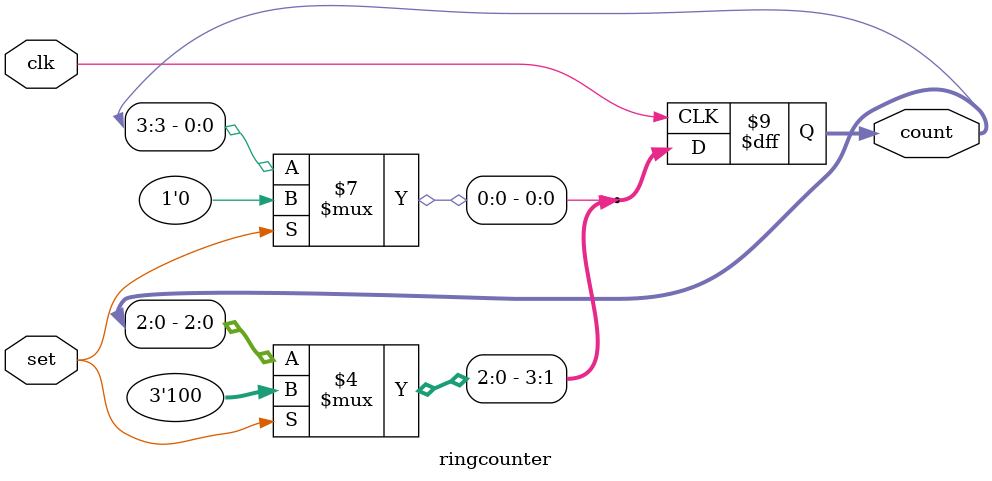
<source format=v>
`timescale 1ns / 1ps

module ringcounter(
    input clk,
    input set,
    output reg [3:0] count
    );
    always @ (posedge clk)
    begin
    if(set)
    count<=4'b1000;
    else 
    begin
    count<=(count<<1);
    count[0]<=count[3];
    end
    end
endmodule

</source>
